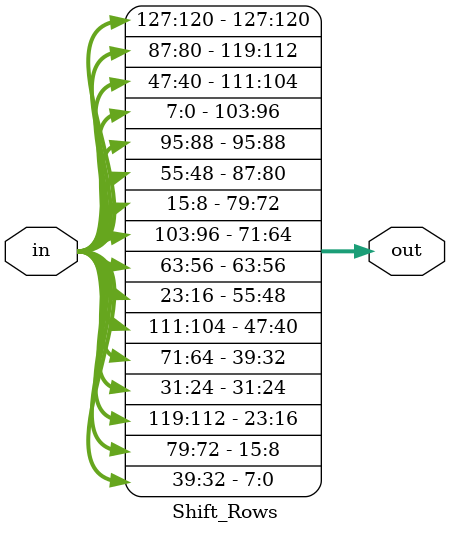
<source format=v>
module Shift_Rows
(
input [127:0] in,
output wire [127:0] out
);

assign out[127:120] = in[127:120];
assign out[119:112] = in[87:80];
assign out[111:104] = in[47:40];
assign out[103:96] = in[7:0];

assign out[95:88] = in[95:88];
assign out[87:80] = in[55:48];
assign out[79:72] = in[15:8];
assign out[71:64] = in[103:96];

assign out[63:56] = in[63:56];
assign out[55:48] = in[23:16];
assign out[47:40] = in[111:104];
assign out[39:32] = in[71:64];

assign out[31:24] =in[31:24];
assign out[23:16] =in[119:112];
assign out[15:8] =in[79:72];
assign out[7:0] =in[39:32];

endmodule

</source>
